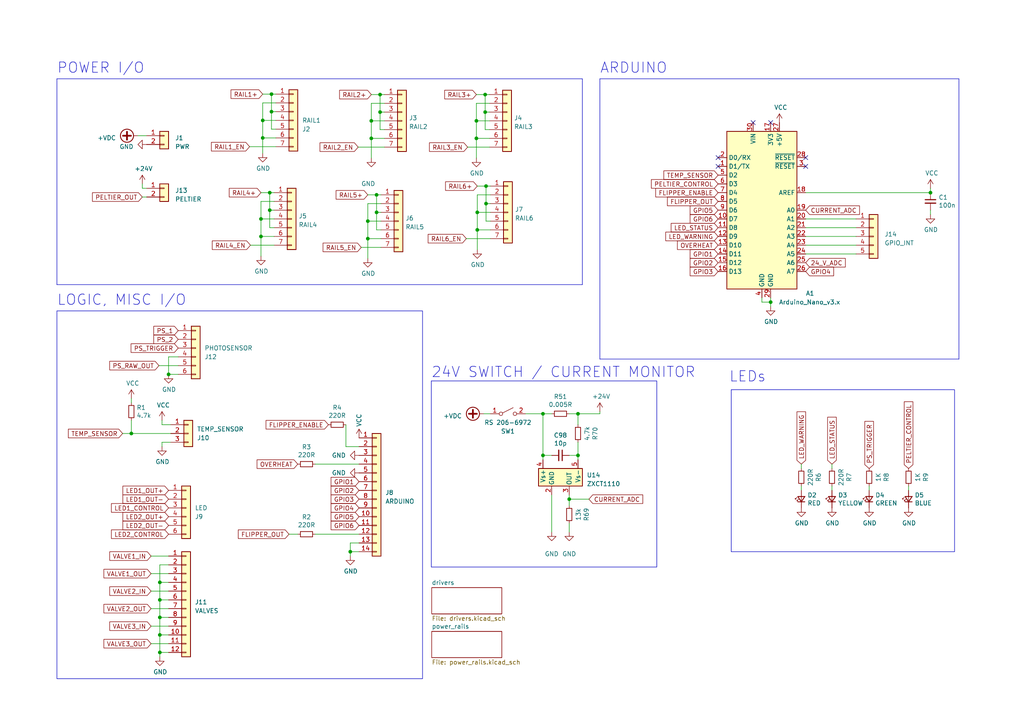
<source format=kicad_sch>
(kicad_sch (version 20230121) (generator eeschema)
  (paper "A4")
  (lib_symbols
    (symbol "Amplifier_Current:ZXCT1110" (pin_names (offset 0.254))
      (property "Reference" "U" (at 7.62 1.27 0))
      (property "Value" "ZXCT1110" (at 7.62 -1.27 0))
      (symbol "ZXCT1110_0_1"
        (rectangle (start -6.35 2.54) (end 6.35 -2.54) (stroke (width 0.254)) (fill (type background)))
      )
      (symbol "ZXCT1110_1_1"
        (pin no_connect line (at 0 2.54 270) (length 2.54) hide (name "NC") (number "1"))
        (pin power_in line (at -2.54 -5.08 90) (length 2.54) (name "GND") (number "2"))
        (pin output line (at 2.54 -5.08 90) (length 2.54) (name "OUT") (number "3"))
        (pin input line (at -5.08 5.08 270) (length 2.54) (name "Vs+") (number "4"))
        (pin input line (at 5.08 5.08 270) (length 2.54) (name "Vs-") (number "5"))
      )
    )
    (symbol "Connector_Generic:Conn_01x02" (pin_names (offset 1.016) hide)
      (property "Reference" "J" (at 0 2.54 0))
      (property "Value" "Conn_01x02" (at 0 -5.08 0))
      (symbol "Conn_01x02_1_1"
        (rectangle (start -1.27 -2.413) (end 0 -2.667) (stroke (width 0.1524)))
        (rectangle (start -1.27 0.127) (end 0 -0.127) (stroke (width 0.1524)))
        (rectangle (start -1.27 1.27) (end 1.27 -3.81) (stroke (width 0.254)) (fill (type background)))
        (pin passive line (at -5.08 0 0) (length 3.81) (name "Pin_1") (number "1"))
        (pin passive line (at -5.08 -2.54 0) (length 3.81) (name "Pin_2") (number "2"))
      )
    )
    (symbol "Connector_Generic:Conn_01x03" (pin_names (offset 1.016) hide)
      (property "Reference" "J" (at 0 5.08 0))
      (property "Value" "Conn_01x03" (at 0 -5.08 0))
      (symbol "Conn_01x03_1_1"
        (rectangle (start -1.27 -2.413) (end 0 -2.667) (stroke (width 0.1524)))
        (rectangle (start -1.27 0.127) (end 0 -0.127) (stroke (width 0.1524)))
        (rectangle (start -1.27 2.667) (end 0 2.413) (stroke (width 0.1524)))
        (rectangle (start -1.27 3.81) (end 1.27 -3.81) (stroke (width 0.254)) (fill (type background)))
        (pin passive line (at -5.08 2.54 0) (length 3.81) (name "Pin_1") (number "1"))
        (pin passive line (at -5.08 0 0) (length 3.81) (name "Pin_2") (number "2"))
        (pin passive line (at -5.08 -2.54 0) (length 3.81) (name "Pin_3") (number "3"))
      )
    )
    (symbol "Connector_Generic:Conn_01x05" (pin_names (offset 1.016) hide)
      (property "Reference" "J" (at 0 7.62 0))
      (property "Value" "Conn_01x05" (at 0 -7.62 0))
      (symbol "Conn_01x05_1_1"
        (rectangle (start -1.27 -4.953) (end 0 -5.207) (stroke (width 0.1524)))
        (rectangle (start -1.27 -2.413) (end 0 -2.667) (stroke (width 0.1524)))
        (rectangle (start -1.27 0.127) (end 0 -0.127) (stroke (width 0.1524)))
        (rectangle (start -1.27 2.667) (end 0 2.413) (stroke (width 0.1524)))
        (rectangle (start -1.27 5.207) (end 0 4.953) (stroke (width 0.1524)))
        (rectangle (start -1.27 6.35) (end 1.27 -6.35) (stroke (width 0.254)) (fill (type background)))
        (pin passive line (at -5.08 5.08 0) (length 3.81) (name "Pin_1") (number "1"))
        (pin passive line (at -5.08 2.54 0) (length 3.81) (name "Pin_2") (number "2"))
        (pin passive line (at -5.08 0 0) (length 3.81) (name "Pin_3") (number "3"))
        (pin passive line (at -5.08 -2.54 0) (length 3.81) (name "Pin_4") (number "4"))
        (pin passive line (at -5.08 -5.08 0) (length 3.81) (name "Pin_5") (number "5"))
      )
    )
    (symbol "Connector_Generic:Conn_01x06" (pin_names (offset 1.016) hide)
      (property "Reference" "J" (at 0 7.62 0))
      (property "Value" "Conn_01x06" (at 0 -10.16 0))
      (symbol "Conn_01x06_1_1"
        (rectangle (start -1.27 -7.493) (end 0 -7.747) (stroke (width 0.1524)))
        (rectangle (start -1.27 -4.953) (end 0 -5.207) (stroke (width 0.1524)))
        (rectangle (start -1.27 -2.413) (end 0 -2.667) (stroke (width 0.1524)))
        (rectangle (start -1.27 0.127) (end 0 -0.127) (stroke (width 0.1524)))
        (rectangle (start -1.27 2.667) (end 0 2.413) (stroke (width 0.1524)))
        (rectangle (start -1.27 5.207) (end 0 4.953) (stroke (width 0.1524)))
        (rectangle (start -1.27 6.35) (end 1.27 -8.89) (stroke (width 0.254)) (fill (type background)))
        (pin passive line (at -5.08 5.08 0) (length 3.81) (name "Pin_1") (number "1"))
        (pin passive line (at -5.08 2.54 0) (length 3.81) (name "Pin_2") (number "2"))
        (pin passive line (at -5.08 0 0) (length 3.81) (name "Pin_3") (number "3"))
        (pin passive line (at -5.08 -2.54 0) (length 3.81) (name "Pin_4") (number "4"))
        (pin passive line (at -5.08 -5.08 0) (length 3.81) (name "Pin_5") (number "5"))
        (pin passive line (at -5.08 -7.62 0) (length 3.81) (name "Pin_6") (number "6"))
      )
    )
    (symbol "Connector_Generic:Conn_01x07" (pin_names (offset 1.016) hide)
      (property "Reference" "J" (at 0 10.16 0))
      (property "Value" "Conn_01x07" (at 0 -10.16 0))
      (symbol "Conn_01x07_1_1"
        (rectangle (start -1.27 -7.493) (end 0 -7.747) (stroke (width 0.1524)))
        (rectangle (start -1.27 -4.953) (end 0 -5.207) (stroke (width 0.1524)))
        (rectangle (start -1.27 -2.413) (end 0 -2.667) (stroke (width 0.1524)))
        (rectangle (start -1.27 0.127) (end 0 -0.127) (stroke (width 0.1524)))
        (rectangle (start -1.27 2.667) (end 0 2.413) (stroke (width 0.1524)))
        (rectangle (start -1.27 5.207) (end 0 4.953) (stroke (width 0.1524)))
        (rectangle (start -1.27 7.747) (end 0 7.493) (stroke (width 0.1524)))
        (rectangle (start -1.27 8.89) (end 1.27 -8.89) (stroke (width 0.254)) (fill (type background)))
        (pin passive line (at -5.08 7.62 0) (length 3.81) (name "Pin_1") (number "1"))
        (pin passive line (at -5.08 5.08 0) (length 3.81) (name "Pin_2") (number "2"))
        (pin passive line (at -5.08 2.54 0) (length 3.81) (name "Pin_3") (number "3"))
        (pin passive line (at -5.08 0 0) (length 3.81) (name "Pin_4") (number "4"))
        (pin passive line (at -5.08 -2.54 0) (length 3.81) (name "Pin_5") (number "5"))
        (pin passive line (at -5.08 -5.08 0) (length 3.81) (name "Pin_6") (number "6"))
        (pin passive line (at -5.08 -7.62 0) (length 3.81) (name "Pin_7") (number "7"))
      )
    )
    (symbol "Connector_Generic:Conn_01x12" (pin_names (offset 1.016) hide)
      (property "Reference" "J" (at 0 15.24 0))
      (property "Value" "Conn_01x12" (at 0 -17.78 0))
      (symbol "Conn_01x12_1_1"
        (rectangle (start -1.27 -15.113) (end 0 -15.367) (stroke (width 0.1524)))
        (rectangle (start -1.27 -12.573) (end 0 -12.827) (stroke (width 0.1524)))
        (rectangle (start -1.27 -10.033) (end 0 -10.287) (stroke (width 0.1524)))
        (rectangle (start -1.27 -7.493) (end 0 -7.747) (stroke (width 0.1524)))
        (rectangle (start -1.27 -4.953) (end 0 -5.207) (stroke (width 0.1524)))
        (rectangle (start -1.27 -2.413) (end 0 -2.667) (stroke (width 0.1524)))
        (rectangle (start -1.27 0.127) (end 0 -0.127) (stroke (width 0.1524)))
        (rectangle (start -1.27 2.667) (end 0 2.413) (stroke (width 0.1524)))
        (rectangle (start -1.27 5.207) (end 0 4.953) (stroke (width 0.1524)))
        (rectangle (start -1.27 7.747) (end 0 7.493) (stroke (width 0.1524)))
        (rectangle (start -1.27 10.287) (end 0 10.033) (stroke (width 0.1524)))
        (rectangle (start -1.27 12.827) (end 0 12.573) (stroke (width 0.1524)))
        (rectangle (start -1.27 13.97) (end 1.27 -16.51) (stroke (width 0.254)) (fill (type background)))
        (pin passive line (at -5.08 12.7 0) (length 3.81) (name "Pin_1") (number "1"))
        (pin passive line (at -5.08 -10.16 0) (length 3.81) (name "Pin_10") (number "10"))
        (pin passive line (at -5.08 -12.7 0) (length 3.81) (name "Pin_11") (number "11"))
        (pin passive line (at -5.08 -15.24 0) (length 3.81) (name "Pin_12") (number "12"))
        (pin passive line (at -5.08 10.16 0) (length 3.81) (name "Pin_2") (number "2"))
        (pin passive line (at -5.08 7.62 0) (length 3.81) (name "Pin_3") (number "3"))
        (pin passive line (at -5.08 5.08 0) (length 3.81) (name "Pin_4") (number "4"))
        (pin passive line (at -5.08 2.54 0) (length 3.81) (name "Pin_5") (number "5"))
        (pin passive line (at -5.08 0 0) (length 3.81) (name "Pin_6") (number "6"))
        (pin passive line (at -5.08 -2.54 0) (length 3.81) (name "Pin_7") (number "7"))
        (pin passive line (at -5.08 -5.08 0) (length 3.81) (name "Pin_8") (number "8"))
        (pin passive line (at -5.08 -7.62 0) (length 3.81) (name "Pin_9") (number "9"))
      )
    )
    (symbol "Connector_Generic:Conn_01x14" (pin_names (offset 1.016) hide)
      (property "Reference" "J" (at 0 17.78 0))
      (property "Value" "Conn_01x14" (at 0 -20.32 0))
      (symbol "Conn_01x14_1_1"
        (rectangle (start -1.27 -17.653) (end 0 -17.907) (stroke (width 0.1524)))
        (rectangle (start -1.27 -15.113) (end 0 -15.367) (stroke (width 0.1524)))
        (rectangle (start -1.27 -12.573) (end 0 -12.827) (stroke (width 0.1524)))
        (rectangle (start -1.27 -10.033) (end 0 -10.287) (stroke (width 0.1524)))
        (rectangle (start -1.27 -7.493) (end 0 -7.747) (stroke (width 0.1524)))
        (rectangle (start -1.27 -4.953) (end 0 -5.207) (stroke (width 0.1524)))
        (rectangle (start -1.27 -2.413) (end 0 -2.667) (stroke (width 0.1524)))
        (rectangle (start -1.27 0.127) (end 0 -0.127) (stroke (width 0.1524)))
        (rectangle (start -1.27 2.667) (end 0 2.413) (stroke (width 0.1524)))
        (rectangle (start -1.27 5.207) (end 0 4.953) (stroke (width 0.1524)))
        (rectangle (start -1.27 7.747) (end 0 7.493) (stroke (width 0.1524)))
        (rectangle (start -1.27 10.287) (end 0 10.033) (stroke (width 0.1524)))
        (rectangle (start -1.27 12.827) (end 0 12.573) (stroke (width 0.1524)))
        (rectangle (start -1.27 15.367) (end 0 15.113) (stroke (width 0.1524)))
        (rectangle (start -1.27 16.51) (end 1.27 -19.05) (stroke (width 0.254)) (fill (type background)))
        (pin passive line (at -5.08 15.24 0) (length 3.81) (name "Pin_1") (number "1"))
        (pin passive line (at -5.08 -7.62 0) (length 3.81) (name "Pin_10") (number "10"))
        (pin passive line (at -5.08 -10.16 0) (length 3.81) (name "Pin_11") (number "11"))
        (pin passive line (at -5.08 -12.7 0) (length 3.81) (name "Pin_12") (number "12"))
        (pin passive line (at -5.08 -15.24 0) (length 3.81) (name "Pin_13") (number "13"))
        (pin passive line (at -5.08 -17.78 0) (length 3.81) (name "Pin_14") (number "14"))
        (pin passive line (at -5.08 12.7 0) (length 3.81) (name "Pin_2") (number "2"))
        (pin passive line (at -5.08 10.16 0) (length 3.81) (name "Pin_3") (number "3"))
        (pin passive line (at -5.08 7.62 0) (length 3.81) (name "Pin_4") (number "4"))
        (pin passive line (at -5.08 5.08 0) (length 3.81) (name "Pin_5") (number "5"))
        (pin passive line (at -5.08 2.54 0) (length 3.81) (name "Pin_6") (number "6"))
        (pin passive line (at -5.08 0 0) (length 3.81) (name "Pin_7") (number "7"))
        (pin passive line (at -5.08 -2.54 0) (length 3.81) (name "Pin_8") (number "8"))
        (pin passive line (at -5.08 -5.08 0) (length 3.81) (name "Pin_9") (number "9"))
      )
    )
    (symbol "Device:C_Small" (pin_numbers hide) (pin_names (offset 0.254) hide)
      (property "Reference" "C" (at 0.254 1.778 0))
      (property "Value" "C_Small" (at 0.254 -2.032 0))
      (symbol "C_Small_0_1"
        (polyline (pts (xy -1.524 -0.508) (xy 1.524 -0.508)) (stroke (width 0.3302)))
        (polyline (pts (xy -1.524 0.508) (xy 1.524 0.508)) (stroke (width 0.3048)))
      )
      (symbol "C_Small_1_1"
        (pin passive line (at 0 2.54 270) (length 2.032) (name "~") (number "1"))
        (pin passive line (at 0 -2.54 90) (length 2.032) (name "~") (number "2"))
      )
    )
    (symbol "Device:LED_Small" (pin_numbers hide) (pin_names (offset 0.254) hide)
      (property "Reference" "D" (at -1.27 3.175 0))
      (property "Value" "LED_Small" (at -4.445 -2.54 0))
      (symbol "LED_Small_0_1"
        (polyline (pts (xy -0.762 -1.016) (xy -0.762 1.016)) (stroke (width 0.254)))
        (polyline (pts (xy 1.016 0) (xy -0.762 0)))
        (polyline (pts (xy 0.762 -1.016) (xy -0.762 0) (xy 0.762 1.016) (xy 0.762 -1.016)) (stroke (width 0.254)))
        (polyline (pts (xy 0 0.762) (xy -0.508 1.27) (xy -0.254 1.27) (xy -0.508 1.27) (xy -0.508 1.016)))
        (polyline (pts (xy 0.508 1.27) (xy 0 1.778) (xy 0.254 1.778) (xy 0 1.778) (xy 0 1.524)))
      )
      (symbol "LED_Small_1_1"
        (pin passive line (at -2.54 0 0) (length 1.778) (name "K") (number "1"))
        (pin passive line (at 2.54 0 180) (length 1.778) (name "A") (number "2"))
      )
    )
    (symbol "Device:R_Small" (pin_numbers hide) (pin_names (offset 0.254) hide)
      (property "Reference" "R" (at 0.762 0.508 0))
      (property "Value" "R_Small" (at 0.762 -1.016 0))
      (symbol "R_Small_0_1"
        (rectangle (start -0.762 1.778) (end 0.762 -1.778) (stroke (width 0.2032)))
      )
      (symbol "R_Small_1_1"
        (pin passive line (at 0 2.54 270) (length 0.762) (name "~") (number "1"))
        (pin passive line (at 0 -2.54 90) (length 0.762) (name "~") (number "2"))
      )
    )
    (symbol "GND_1" (power) (pin_names (offset 0))
      (property "Value" "GND_1" (at 0 -3.81 0))
      (symbol "GND_1_0_1"
        (polyline (pts (xy 0 0) (xy 0 -1.27) (xy 1.27 -1.27) (xy 0 -2.54) (xy -1.27 -1.27) (xy 0 -1.27)))
      )
      (symbol "GND_1_1_1"
        (pin power_in line (at 0 0 270) (length 0) hide (name "GND") (number "1"))
      )
    )
    (symbol "GND_2" (power) (pin_names (offset 0))
      (property "Value" "GND_2" (at 0 -3.81 0))
      (symbol "GND_2_0_1"
        (polyline (pts (xy 0 0) (xy 0 -1.27) (xy 1.27 -1.27) (xy 0 -2.54) (xy -1.27 -1.27) (xy 0 -1.27)))
      )
      (symbol "GND_2_1_1"
        (pin power_in line (at 0 0 270) (length 0) hide (name "GND") (number "1"))
      )
    )
    (symbol "GND_3" (power) (pin_names (offset 0))
      (property "Value" "GND_3" (at 0 -3.81 0))
      (symbol "GND_3_0_1"
        (polyline (pts (xy 0 0) (xy 0 -1.27) (xy 1.27 -1.27) (xy 0 -2.54) (xy -1.27 -1.27) (xy 0 -1.27)))
      )
      (symbol "GND_3_1_1"
        (pin power_in line (at 0 0 270) (length 0) hide (name "GND") (number "1"))
      )
    )
    (symbol "MCU_Module:Arduino_Nano_v3.x"
      (property "Reference" "A" (at -10.16 23.495 0))
      (property "Value" "Arduino_Nano_v3.x" (at 5.08 -24.13 0))
      (symbol "Arduino_Nano_v3.x_0_1"
        (rectangle (start -10.16 22.86) (end 10.16 -22.86) (stroke (width 0.254)) (fill (type background)))
      )
      (symbol "Arduino_Nano_v3.x_1_1"
        (pin bidirectional line (at -12.7 12.7 0) (length 2.54) (name "D1/TX") (number "1"))
        (pin bidirectional line (at -12.7 -2.54 0) (length 2.54) (name "D7") (number "10"))
        (pin bidirectional line (at -12.7 -5.08 0) (length 2.54) (name "D8") (number "11"))
        (pin bidirectional line (at -12.7 -7.62 0) (length 2.54) (name "D9") (number "12"))
        (pin bidirectional line (at -12.7 -10.16 0) (length 2.54) (name "D10") (number "13"))
        (pin bidirectional line (at -12.7 -12.7 0) (length 2.54) (name "D11") (number "14"))
        (pin bidirectional line (at -12.7 -15.24 0) (length 2.54) (name "D12") (number "15"))
        (pin bidirectional line (at -12.7 -17.78 0) (length 2.54) (name "D13") (number "16"))
        (pin power_out line (at 2.54 25.4 270) (length 2.54) (name "3V3") (number "17"))
        (pin input line (at 12.7 5.08 180) (length 2.54) (name "AREF") (number "18"))
        (pin bidirectional line (at 12.7 0 180) (length 2.54) (name "A0") (number "19"))
        (pin bidirectional line (at -12.7 15.24 0) (length 2.54) (name "D0/RX") (number "2"))
        (pin bidirectional line (at 12.7 -2.54 180) (length 2.54) (name "A1") (number "20"))
        (pin bidirectional line (at 12.7 -5.08 180) (length 2.54) (name "A2") (number "21"))
        (pin bidirectional line (at 12.7 -7.62 180) (length 2.54) (name "A3") (number "22"))
        (pin bidirectional line (at 12.7 -10.16 180) (length 2.54) (name "A4") (number "23"))
        (pin bidirectional line (at 12.7 -12.7 180) (length 2.54) (name "A5") (number "24"))
        (pin bidirectional line (at 12.7 -15.24 180) (length 2.54) (name "A6") (number "25"))
        (pin bidirectional line (at 12.7 -17.78 180) (length 2.54) (name "A7") (number "26"))
        (pin power_out line (at 5.08 25.4 270) (length 2.54) (name "+5V") (number "27"))
        (pin input line (at 12.7 15.24 180) (length 2.54) (name "~{RESET}") (number "28"))
        (pin power_in line (at 2.54 -25.4 90) (length 2.54) (name "GND") (number "29"))
        (pin input line (at 12.7 12.7 180) (length 2.54) (name "~{RESET}") (number "3"))
        (pin power_in line (at -2.54 25.4 270) (length 2.54) (name "VIN") (number "30"))
        (pin power_in line (at 0 -25.4 90) (length 2.54) (name "GND") (number "4"))
        (pin bidirectional line (at -12.7 10.16 0) (length 2.54) (name "D2") (number "5"))
        (pin bidirectional line (at -12.7 7.62 0) (length 2.54) (name "D3") (number "6"))
        (pin bidirectional line (at -12.7 5.08 0) (length 2.54) (name "D4") (number "7"))
        (pin bidirectional line (at -12.7 2.54 0) (length 2.54) (name "D5") (number "8"))
        (pin bidirectional line (at -12.7 0 0) (length 2.54) (name "D6") (number "9"))
      )
    )
    (symbol "Switch:SW_SPST" (pin_names (offset 0) hide)
      (property "Reference" "SW" (at 0 3.175 0))
      (property "Value" "SW_SPST" (at 0 -2.54 0))
      (symbol "SW_SPST_0_0"
        (circle (center -2.032 0) (radius 0.508))
        (polyline (pts (xy -1.524 0.254) (xy 1.524 1.778)))
        (circle (center 2.032 0) (radius 0.508))
      )
      (symbol "SW_SPST_1_1"
        (pin passive line (at -5.08 0 0) (length 2.54) (name "A") (number "1"))
        (pin passive line (at 5.08 0 180) (length 2.54) (name "B") (number "2"))
      )
    )
    (symbol "power:+24V" (power) (pin_names (offset 0))
      (property "Value" "+24V" (at 0 3.556 0))
      (symbol "+24V_0_1"
        (polyline (pts (xy -0.762 1.27) (xy 0 2.54)))
        (polyline (pts (xy 0 0) (xy 0 2.54)))
        (polyline (pts (xy 0 2.54) (xy 0.762 1.27)))
      )
      (symbol "+24V_1_1"
        (pin power_in line (at 0 0 90) (length 0) hide (name "+24V") (number "1"))
      )
    )
    (symbol "power:+VDC" (power) (pin_names (offset 0))
      (property "Value" "+VDC" (at 0 6.35 0))
      (symbol "+VDC_0_1"
        (polyline (pts (xy -1.143 3.175) (xy 1.143 3.175)) (stroke (width 0.508)))
        (polyline (pts (xy 0 0) (xy 0 1.27)))
        (polyline (pts (xy 0 2.032) (xy 0 4.318)) (stroke (width 0.508)))
        (circle (center 0 3.175) (radius 1.905) (stroke (width 0.254)))
      )
      (symbol "+VDC_1_1"
        (pin power_in line (at 0 0 90) (length 0) hide (name "+VDC") (number "1"))
      )
    )
    (symbol "power:GND" (power) (pin_names (offset 0))
      (property "Value" "GND" (at 0 -3.81 0))
      (symbol "GND_0_1"
        (polyline (pts (xy 0 0) (xy 0 -1.27) (xy 1.27 -1.27) (xy 0 -2.54) (xy -1.27 -1.27) (xy 0 -1.27)))
      )
      (symbol "GND_1_1"
        (pin power_in line (at 0 0 270) (length 0) hide (name "GND") (number "1"))
      )
    )
    (symbol "power:VCC" (power) (pin_names (offset 0))
      (property "Value" "VCC" (at 0 3.81 0))
      (symbol "VCC_0_1"
        (polyline (pts (xy -0.762 1.27) (xy 0 2.54)))
        (polyline (pts (xy 0 0) (xy 0 2.54)))
        (polyline (pts (xy 0 2.54) (xy 0.762 1.27)))
      )
      (symbol "VCC_1_1"
        (pin power_in line (at 0 0 90) (length 0) hide (name "VCC") (number "1"))
      )
    )
  )
  (junction (at 269.875 55.88))
  (junction (at 138.176 40.132))
  (junction (at 101.6 160.02))
  (junction (at 157.48 132.08))
  (junction (at 48.895 108.585))
  (junction (at 46.355 184.15))
  (junction (at 138.43 66.675))
  (junction (at 46.355 179.07))
  (junction (at 167.64 120.015))
  (junction (at 76.2 34.925))
  (junction (at 138.43 61.595))
  (junction (at 109.22 56.515))
  (junction (at 78.232 60.96))
  (junction (at 107.696 40.132))
  (junction (at 140.97 59.055))
  (junction (at 138.176 35.052))
  (junction (at 109.22 61.595))
  (junction (at 46.355 168.91))
  (junction (at 78.74 32.385))
  (junction (at 110.236 27.432))
  (junction (at 167.64 132.08))
  (junction (at 78.74 27.305))
  (junction (at 46.355 189.23))
  (junction (at 106.68 64.135))
  (junction (at 140.97 53.975))
  (junction (at 165.1 144.78))
  (junction (at 76.2 40.005))
  (junction (at 107.696 35.052))
  (junction (at 78.232 55.88))
  (junction (at 223.52 87.63))
  (junction (at 106.68 69.215))
  (junction (at 140.716 32.512))
  (junction (at 38.1 125.73))
  (junction (at 157.48 120.015))
  (junction (at 75.692 63.5))
  (junction (at 46.355 173.99))
  (junction (at 110.236 32.512))
  (junction (at 75.692 68.58))
  (junction (at 140.716 27.432))
  (no_connect (at 223.52 35.56))
  (no_connect (at 233.68 45.72))
  (no_connect (at 208.28 45.72))
  (no_connect (at 208.28 48.26))
  (no_connect (at 218.44 35.56))
  (no_connect (at 233.68 48.26))
  (wire (pts (xy 167.64 120.015) (xy 173.99 120.015)))
  (wire (pts (xy 78.74 32.385) (xy 80.01 32.385)))
  (wire (pts (xy 111.506 35.052) (xy 107.696 35.052)))
  (wire (pts (xy 109.22 56.515) (xy 109.22 61.595)))
  (wire (pts (xy 38.1 121.92) (xy 38.1 125.73)))
  (wire (pts (xy 232.41 140.97) (xy 232.41 142.24)))
  (wire (pts (xy 48.895 163.83) (xy 46.355 163.83)))
  (wire (pts (xy 78.232 60.96) (xy 78.232 66.04)))
  (wire (pts (xy 165.1 143.51) (xy 165.1 144.78)))
  (wire (pts (xy 75.692 63.5) (xy 75.692 68.58)))
  (wire (pts (xy 233.68 73.66) (xy 248.285 73.66)))
  (wire (pts (xy 46.355 163.83) (xy 46.355 168.91)))
  (wire (pts (xy 138.176 35.052) (xy 138.176 40.132)))
  (wire (pts (xy 78.232 60.96) (xy 79.502 60.96)))
  (wire (pts (xy 107.696 29.972) (xy 107.696 35.052)))
  (wire (pts (xy 110.49 64.135) (xy 106.68 64.135)))
  (wire (pts (xy 46.99 121.92) (xy 46.99 123.19)))
  (wire (pts (xy 107.696 27.432) (xy 110.236 27.432)))
  (wire (pts (xy 140.97 64.135) (xy 142.24 64.135)))
  (wire (pts (xy 75.692 55.88) (xy 78.232 55.88)))
  (wire (pts (xy 72.644 71.12) (xy 79.502 71.12)))
  (wire (pts (xy 223.52 88.9) (xy 223.52 87.63)))
  (wire (pts (xy 170.815 144.78) (xy 165.1 144.78)))
  (wire (pts (xy 43.815 161.29) (xy 48.895 161.29)))
  (wire (pts (xy 40.005 39.37) (xy 42.545 39.37)))
  (wire (pts (xy 107.696 35.052) (xy 107.696 40.132)))
  (wire (pts (xy 107.696 40.132) (xy 107.696 45.847)))
  (wire (pts (xy 106.68 69.215) (xy 106.68 74.93)))
  (wire (pts (xy 135.255 69.215) (xy 142.24 69.215)))
  (wire (pts (xy 140.716 27.432) (xy 140.716 32.512)))
  (wire (pts (xy 269.875 62.23) (xy 269.875 60.96)))
  (wire (pts (xy 91.44 154.94) (xy 104.14 154.94)))
  (wire (pts (xy 41.275 53.34) (xy 41.275 54.61)))
  (wire (pts (xy 76.2 34.925) (xy 76.2 40.005)))
  (wire (pts (xy 167.64 132.08) (xy 167.64 133.35)))
  (wire (pts (xy 41.275 57.15) (xy 42.545 57.15)))
  (wire (pts (xy 157.48 132.08) (xy 157.48 133.35)))
  (wire (pts (xy 165.1 151.765) (xy 165.1 154.305)))
  (wire (pts (xy 101.6 160.02) (xy 101.6 161.29)))
  (wire (pts (xy 157.48 132.08) (xy 160.02 132.08)))
  (polyline (pts (xy 16.51 82.55) (xy 16.51 22.86)))
  (wire (pts (xy 46.355 184.15) (xy 46.355 189.23)))
  (wire (pts (xy 252.095 142.24) (xy 252.095 140.97)))
  (wire (pts (xy 223.52 86.36) (xy 223.52 87.63)))
  (wire (pts (xy 46.99 128.27) (xy 46.99 129.54)))
  (wire (pts (xy 110.236 27.432) (xy 110.236 32.512)))
  (wire (pts (xy 138.43 61.595) (xy 138.43 66.675)))
  (wire (pts (xy 233.68 63.5) (xy 248.285 63.5)))
  (wire (pts (xy 140.716 37.592) (xy 141.986 37.592)))
  (wire (pts (xy 140.97 59.055) (xy 140.97 64.135)))
  (wire (pts (xy 141.986 40.132) (xy 138.176 40.132)))
  (wire (pts (xy 160.02 154.305) (xy 160.02 143.51)))
  (wire (pts (xy 100.33 123.19) (xy 100.33 129.54)))
  (wire (pts (xy 46.355 173.99) (xy 46.355 179.07)))
  (wire (pts (xy 46.101 106.045) (xy 51.689 106.045)))
  (wire (pts (xy 173.99 119.38) (xy 173.99 120.015)))
  (wire (pts (xy 220.98 87.63) (xy 223.52 87.63)))
  (wire (pts (xy 106.68 56.515) (xy 109.22 56.515)))
  (wire (pts (xy 157.48 120.015) (xy 157.48 132.08)))
  (wire (pts (xy 232.41 135.89) (xy 232.41 134.62)))
  (wire (pts (xy 110.236 32.512) (xy 111.506 32.512)))
  (wire (pts (xy 106.68 64.135) (xy 106.68 69.215)))
  (wire (pts (xy 104.775 71.755) (xy 110.49 71.755)))
  (wire (pts (xy 103.886 42.672) (xy 111.506 42.672)))
  (wire (pts (xy 138.43 53.975) (xy 140.97 53.975)))
  (wire (pts (xy 138.176 29.972) (xy 138.176 35.052)))
  (wire (pts (xy 78.74 32.385) (xy 78.74 37.465)))
  (wire (pts (xy 46.355 179.07) (xy 46.355 184.15)))
  (wire (pts (xy 233.68 71.12) (xy 248.285 71.12)))
  (wire (pts (xy 167.64 128.27) (xy 167.64 132.08)))
  (wire (pts (xy 140.97 59.055) (xy 142.24 59.055)))
  (wire (pts (xy 100.33 129.54) (xy 104.14 129.54)))
  (wire (pts (xy 79.502 58.42) (xy 75.692 58.42)))
  (wire (pts (xy 43.815 171.45) (xy 48.895 171.45)))
  (wire (pts (xy 80.01 34.925) (xy 76.2 34.925)))
  (wire (pts (xy 46.355 184.15) (xy 48.895 184.15)))
  (wire (pts (xy 51.689 108.585) (xy 48.895 108.585)))
  (wire (pts (xy 109.22 61.595) (xy 110.49 61.595)))
  (wire (pts (xy 43.815 181.61) (xy 48.895 181.61)))
  (wire (pts (xy 110.236 27.432) (xy 111.506 27.432)))
  (wire (pts (xy 75.692 58.42) (xy 75.692 63.5)))
  (wire (pts (xy 46.355 179.07) (xy 48.895 179.07)))
  (wire (pts (xy 76.2 29.845) (xy 76.2 34.925)))
  (wire (pts (xy 38.1 115.57) (xy 38.1 116.84)))
  (wire (pts (xy 46.99 123.19) (xy 49.53 123.19)))
  (wire (pts (xy 111.506 40.132) (xy 107.696 40.132)))
  (wire (pts (xy 78.232 66.04) (xy 79.502 66.04)))
  (wire (pts (xy 140.716 32.512) (xy 141.986 32.512)))
  (wire (pts (xy 78.74 27.305) (xy 78.74 32.385)))
  (wire (pts (xy 72.39 42.545) (xy 80.01 42.545)))
  (wire (pts (xy 78.74 37.465) (xy 80.01 37.465)))
  (wire (pts (xy 101.6 157.48) (xy 104.14 157.48)))
  (wire (pts (xy 46.355 168.91) (xy 46.355 173.99)))
  (wire (pts (xy 233.68 66.04) (xy 248.285 66.04)))
  (polyline (pts (xy 168.91 82.55) (xy 16.51 82.55)))
  (wire (pts (xy 109.22 61.595) (xy 109.22 66.675)))
  (wire (pts (xy 142.24 61.595) (xy 138.43 61.595)))
  (wire (pts (xy 38.1 125.73) (xy 49.53 125.73)))
  (wire (pts (xy 110.236 32.512) (xy 110.236 37.592)))
  (wire (pts (xy 138.176 27.432) (xy 140.716 27.432)))
  (wire (pts (xy 48.895 103.505) (xy 48.895 108.585)))
  (wire (pts (xy 220.98 86.36) (xy 220.98 87.63)))
  (wire (pts (xy 152.4 120.015) (xy 157.48 120.015)))
  (wire (pts (xy 48.895 186.69) (xy 43.815 186.69)))
  (wire (pts (xy 109.22 56.515) (xy 110.49 56.515)))
  (wire (pts (xy 38.1 125.73) (xy 35.56 125.73)))
  (wire (pts (xy 142.24 66.675) (xy 138.43 66.675)))
  (wire (pts (xy 80.01 29.845) (xy 76.2 29.845)))
  (wire (pts (xy 157.48 120.015) (xy 160.02 120.015)))
  (wire (pts (xy 80.01 40.005) (xy 76.2 40.005)))
  (wire (pts (xy 110.236 37.592) (xy 111.506 37.592)))
  (wire (pts (xy 138.43 66.675) (xy 138.43 72.39)))
  (polyline (pts (xy 278.13 22.86) (xy 278.13 104.14)))
  (wire (pts (xy 106.68 69.215) (xy 110.49 69.215)))
  (wire (pts (xy 142.24 56.515) (xy 138.43 56.515)))
  (wire (pts (xy 138.176 40.132) (xy 138.176 45.847)))
  (wire (pts (xy 49.53 128.27) (xy 46.99 128.27)))
  (wire (pts (xy 141.986 35.052) (xy 138.176 35.052)))
  (wire (pts (xy 110.49 59.055) (xy 106.68 59.055)))
  (wire (pts (xy 101.6 160.02) (xy 101.6 157.48)))
  (wire (pts (xy 138.43 56.515) (xy 138.43 61.595)))
  (wire (pts (xy 140.335 120.015) (xy 142.24 120.015)))
  (wire (pts (xy 140.716 32.512) (xy 140.716 37.592)))
  (wire (pts (xy 104.14 160.02) (xy 101.6 160.02)))
  (wire (pts (xy 91.44 134.62) (xy 104.14 134.62)))
  (wire (pts (xy 76.2 27.305) (xy 78.74 27.305)))
  (wire (pts (xy 83.82 154.94) (xy 86.36 154.94)))
  (polyline (pts (xy 278.13 104.14) (xy 173.99 104.14)))
  (wire (pts (xy 241.3 135.89) (xy 241.3 134.62)))
  (wire (pts (xy 140.97 53.975) (xy 142.24 53.975)))
  (wire (pts (xy 48.895 103.505) (xy 51.689 103.505)))
  (wire (pts (xy 263.525 140.97) (xy 263.525 142.24)))
  (wire (pts (xy 78.232 55.88) (xy 79.502 55.88)))
  (wire (pts (xy 46.355 189.23) (xy 48.895 189.23)))
  (wire (pts (xy 269.875 54.61) (xy 269.875 55.88)))
  (wire (pts (xy 140.97 53.975) (xy 140.97 59.055)))
  (wire (pts (xy 79.502 63.5) (xy 75.692 63.5)))
  (wire (pts (xy 241.3 140.97) (xy 241.3 142.24)))
  (wire (pts (xy 76.2 40.005) (xy 76.2 44.45)))
  (wire (pts (xy 165.1 132.08) (xy 167.64 132.08)))
  (wire (pts (xy 141.986 29.972) (xy 138.176 29.972)))
  (wire (pts (xy 78.232 55.88) (xy 78.232 60.96)))
  (polyline (pts (xy 173.99 104.14) (xy 173.99 22.86)))
  (wire (pts (xy 78.74 27.305) (xy 80.01 27.305)))
  (wire (pts (xy 79.502 68.58) (xy 75.692 68.58)))
  (wire (pts (xy 135.636 42.672) (xy 141.986 42.672)))
  (wire (pts (xy 167.64 120.015) (xy 167.64 123.19)))
  (wire (pts (xy 46.355 190.5) (xy 46.355 189.23)))
  (wire (pts (xy 106.68 59.055) (xy 106.68 64.135)))
  (wire (pts (xy 48.895 166.37) (xy 43.815 166.37)))
  (wire (pts (xy 109.22 66.675) (xy 110.49 66.675)))
  (polyline (pts (xy 16.51 22.86) (xy 168.91 22.86)))
  (wire (pts (xy 165.1 144.78) (xy 165.1 146.685)))
  (wire (pts (xy 140.716 27.432) (xy 141.986 27.432)))
  (polyline (pts (xy 168.91 22.86) (xy 168.91 82.55)))
  (wire (pts (xy 48.895 176.53) (xy 43.815 176.53)))
  (wire (pts (xy 233.68 68.58) (xy 248.285 68.58)))
  (wire (pts (xy 111.506 29.972) (xy 107.696 29.972)))
  (wire (pts (xy 233.68 55.88) (xy 269.875 55.88)))
  (wire (pts (xy 41.275 54.61) (xy 42.545 54.61)))
  (wire (pts (xy 75.692 68.58) (xy 75.692 74.295)))
  (wire (pts (xy 48.895 173.99) (xy 46.355 173.99)))
  (polyline (pts (xy 173.99 22.86) (xy 278.13 22.86)))
  (wire (pts (xy 165.1 120.015) (xy 167.64 120.015)))
  (wire (pts (xy 46.355 168.91) (xy 48.895 168.91)))
  (rectangle (start 125.095 110.49) (end 190.5 164.465))
  (rectangle (start 16.51 90.17) (end 122.555 196.85))
  (rectangle (start 212.09 113.03) (end 276.86 160.02))
  (text "LEDs" (at 211.455 111.125 0) (effects (font (size 2.9972 2.9972)) (justify left bottom)))
  (text "24V SWITCH / CURRENT MONITOR" (at 125.095 109.855 0) (effects (font (size 2.9972 2.9972)) (justify left bottom)))
  (text "ARDUINO" (at 173.99 21.59 0) (effects (font (size 2.9972 2.9972)) (justify left bottom)))
  (text "POWER I/O" (at 16.51 21.59 0) (effects (font (size 2.9972 2.9972)) (justify left bottom)))
  (text "LOGIC, MISC I/O" (at 16.51 88.9 0) (effects (font (size 2.9972 2.9972)) (justify left bottom)))
  (global_label "VALVE2_OUT" (shape input) (at 43.815 176.53 180) (property "Intersheetrefs" "${INTERSHEET_REFS}" (effects hide)))
  (global_label "LED2_OUT-" (shape input) (at 48.895 152.4 180) (property "Intersheetrefs" "${INTERSHEET_REFS}" (effects hide)))
  (global_label "CURRENT_ADC" (shape input) (at 170.815 144.78 0) (property "Intersheetrefs" "${INTERSHEET_REFS}" (effects hide)))
  (global_label "GPIO3" (shape input) (at 208.28 78.74 180) (property "Intersheetrefs" "${INTERSHEET_REFS}" (effects hide)))
  (global_label "LED1_OUT+" (shape input) (at 48.895 142.24 180) (property "Intersheetrefs" "${INTERSHEET_REFS}" (effects hide)))
  (global_label "RAIL1_EN" (shape input) (at 72.39 42.545 180) (property "Intersheetrefs" "${INTERSHEET_REFS}" (effects hide)))
  (global_label "FLIPPER_OUT" (shape input) (at 208.28 58.42 180) (property "Intersheetrefs" "${INTERSHEET_REFS}" (effects hide)))
  (global_label "LED1_OUT-" (shape input) (at 48.895 144.78 180) (property "Intersheetrefs" "${INTERSHEET_REFS}" (effects hide)))
  (global_label "GPIO6" (shape input) (at 104.14 152.4 180) (property "Intersheetrefs" "${INTERSHEET_REFS}" (effects hide)))
  (global_label "GPIO4" (shape input) (at 233.68 78.74 0) (property "Intersheetrefs" "${INTERSHEET_REFS}" (effects hide)))
  (global_label "PS_RAW_OUT" (shape input) (at 46.101 106.045 180) (property "Intersheetrefs" "${INTERSHEET_REFS}" (effects hide)))
  (global_label "PELTIER_CONTROL" (shape input) (at 263.525 135.89 90) (property "Intersheetrefs" "${INTERSHEET_REFS}" (effects hide)))
  (global_label "RAIL6_EN" (shape input) (at 135.255 69.215 180) (property "Intersheetrefs" "${INTERSHEET_REFS}" (effects hide)))
  (global_label "RAIL4+" (shape input) (at 75.692 55.88 180) (property "Intersheetrefs" "${INTERSHEET_REFS}" (effects hide)))
  (global_label "PELTIER_OUT" (shape input) (at 41.275 57.15 180) (property "Intersheetrefs" "${INTERSHEET_REFS}" (effects hide)))
  (global_label "RAIL5_EN" (shape input) (at 104.775 71.755 180) (property "Intersheetrefs" "${INTERSHEET_REFS}" (effects hide)))
  (global_label "CURRENT_ADC" (shape input) (at 233.68 60.96 0) (property "Intersheetrefs" "${INTERSHEET_REFS}" (effects hide)))
  (global_label "FLIPPER_OUT" (shape input) (at 83.82 154.94 180) (property "Intersheetrefs" "${INTERSHEET_REFS}" (effects hide)))
  (global_label "PS_2" (shape input) (at 51.689 98.425 180) (property "Intersheetrefs" "${INTERSHEET_REFS}" (effects hide)))
  (global_label "GPIO5" (shape input) (at 208.28 60.96 180) (property "Intersheetrefs" "${INTERSHEET_REFS}" (effects hide)))
  (global_label "OVERHEAT" (shape input) (at 86.36 134.62 180) (property "Intersheetrefs" "${INTERSHEET_REFS}" (effects hide)))
  (global_label "PS_1" (shape input) (at 51.689 95.885 180) (property "Intersheetrefs" "${INTERSHEET_REFS}" (effects hide)))
  (global_label "PELTIER_CONTROL" (shape input) (at 208.28 53.34 180) (property "Intersheetrefs" "${INTERSHEET_REFS}" (effects hide)))
  (global_label "RAIL6+" (shape input) (at 138.43 53.975 180) (property "Intersheetrefs" "${INTERSHEET_REFS}" (effects hide)))
  (global_label "LED_WARNING" (shape input) (at 208.28 68.58 180) (property "Intersheetrefs" "${INTERSHEET_REFS}" (effects hide)))
  (global_label "RAIL5+" (shape input) (at 106.68 56.515 180) (property "Intersheetrefs" "${INTERSHEET_REFS}" (effects hide)))
  (global_label "RAIL3+" (shape input) (at 138.176 27.432 180) (property "Intersheetrefs" "${INTERSHEET_REFS}" (effects hide)))
  (global_label "RAIL1+" (shape input) (at 76.2 27.305 180) (property "Intersheetrefs" "${INTERSHEET_REFS}" (effects hide)))
  (global_label "LED_STATUS" (shape input) (at 208.28 66.04 180) (property "Intersheetrefs" "${INTERSHEET_REFS}" (effects hide)))
  (global_label "VALVE2_IN" (shape input) (at 43.815 171.45 180) (property "Intersheetrefs" "${INTERSHEET_REFS}" (effects hide)))
  (global_label "VALVE1_OUT" (shape input) (at 43.815 166.37 180) (property "Intersheetrefs" "${INTERSHEET_REFS}" (effects hide)))
  (global_label "LED2_OUT+" (shape input) (at 48.895 149.86 180) (property "Intersheetrefs" "${INTERSHEET_REFS}" (effects hide)))
  (global_label "VALVE1_IN" (shape input) (at 43.815 161.29 180) (property "Intersheetrefs" "${INTERSHEET_REFS}" (effects hide)))
  (global_label "GPIO5" (shape input) (at 104.14 149.86 180) (property "Intersheetrefs" "${INTERSHEET_REFS}" (effects hide)))
  (global_label "VALVE3_OUT" (shape input) (at 43.815 186.69 180) (property "Intersheetrefs" "${INTERSHEET_REFS}" (effects hide)))
  (global_label "LED_STATUS" (shape input) (at 241.3 134.62 90) (property "Intersheetrefs" "${INTERSHEET_REFS}" (effects hide)))
  (global_label "LED1_CONTROL" (shape input) (at 48.895 147.32 180) (property "Intersheetrefs" "${INTERSHEET_REFS}" (effects hide)))
  (global_label "GPIO6" (shape input) (at 208.28 63.5 180) (property "Intersheetrefs" "${INTERSHEET_REFS}" (effects hide)))
  (global_label "GPIO4" (shape input) (at 104.14 147.32 180) (property "Intersheetrefs" "${INTERSHEET_REFS}" (effects hide)))
  (global_label "RAIL2_EN" (shape input) (at 103.886 42.672 180) (property "Intersheetrefs" "${INTERSHEET_REFS}" (effects hide)))
  (global_label "GPIO1" (shape input) (at 104.14 139.7 180) (property "Intersheetrefs" "${INTERSHEET_REFS}" (effects hide)))
  (global_label "GPIO2" (shape input) (at 208.28 76.2 180) (property "Intersheetrefs" "${INTERSHEET_REFS}" (effects hide)))
  (global_label "LED_WARNING" (shape input) (at 232.41 134.62 90) (property "Intersheetrefs" "${INTERSHEET_REFS}" (effects hide)))
  (global_label "GPIO2" (shape input) (at 104.14 142.24 180) (property "Intersheetrefs" "${INTERSHEET_REFS}" (effects hide)))
  (global_label "RAIL3_EN" (shape input) (at 135.636 42.672 180) (property "Intersheetrefs" "${INTERSHEET_REFS}" (effects hide)))
  (global_label "FLIPPER_ENABLE" (shape input) (at 95.25 123.19 180) (property "Intersheetrefs" "${INTERSHEET_REFS}" (effects hide)))
  (global_label "RAIL2+" (shape input) (at 107.696 27.432 180) (property "Intersheetrefs" "${INTERSHEET_REFS}" (effects hide)))
  (global_label "GPIO3" (shape input) (at 104.14 144.78 180) (property "Intersheetrefs" "${INTERSHEET_REFS}" (effects hide)))
  (global_label "FLIPPER_ENABLE" (shape input) (at 208.28 55.88 180) (property "Intersheetrefs" "${INTERSHEET_REFS}" (effects hide)))
  (global_label "24_V_ADC" (shape input) (at 233.68 76.2 0) (property "Intersheetrefs" "${INTERSHEET_REFS}" (effects hide)))
  (global_label "PS_TRIGGER" (shape input) (at 252.095 135.89 90) (property "Intersheetrefs" "${INTERSHEET_REFS}" (effects hide)))
  (global_label "GPIO1" (shape input) (at 208.28 73.66 180) (property "Intersheetrefs" "${INTERSHEET_REFS}" (effects hide)))
  (global_label "OVERHEAT" (shape input) (at 208.28 71.12 180) (property "Intersheetrefs" "${INTERSHEET_REFS}" (effects hide)))
  (global_label "TEMP_SENSOR" (shape input) (at 208.28 50.8 180) (property "Intersheetrefs" "${INTERSHEET_REFS}" (effects hide)))
  (global_label "PS_TRIGGER" (shape input) (at 51.689 100.965 180) (property "Intersheetrefs" "${INTERSHEET_REFS}" (effects hide)))
  (global_label "VALVE3_IN" (shape input) (at 43.815 181.61 180) (property "Intersheetrefs" "${INTERSHEET_REFS}" (effects hide)))
  (global_label "RAIL4_EN" (shape input) (at 72.644 71.12 180) (property "Intersheetrefs" "${INTERSHEET_REFS}" (effects hide)))
  (global_label "TEMP_SENSOR" (shape input) (at 35.56 125.73 180) (property "Intersheetrefs" "${INTERSHEET_REFS}" (effects hide)))
  (global_label "LED2_CONTROL" (shape input) (at 48.895 154.94 180) (property "Intersheetrefs" "${INTERSHEET_REFS}" (effects hide)))
  (symbol (lib_id "Connector_Generic:Conn_01x07") (at 85.09 34.925 0) (unit 1)
    (property "Reference" "J2" (at 87.63 37.465 0) (effects (justify left)))
    (property "Value" "RAIL1" (at 87.63 34.925 0) (effects (justify left)))
    (property "Footprint" "TerminalBlock_Phoenix:TerminalBlock_Phoenix_PT-1,5-7-5.0-H_1x07_P5.00mm_Horizontal" (effects hide))
  )
  (symbol (lib_id "MCU_Module:Arduino_Nano_v3.x") (at 220.98 60.96 0) (unit 1)
    (property "Reference" "A1" (at 234.95 85.09 0))
    (property "Value" "Arduino_Nano_v3.x" (at 234.823 87.63 0))
    (property "Footprint" "Module:Arduino_Nano" (effects hide))
    (property "Datasheet" "http://www.mouser.com/pdfdocs/Gravitech_Arduino_Nano3_0.pdf" (effects hide))
  )
  (symbol (lib_id "power:GND") (at 76.2 44.45 0) (unit 1)
    (property "Reference" "#PWR010" (effects hide))
    (property "Value" "GND" (at 76.327 48.8442 0))
  )
  (symbol (lib_id "power:GND") (at 138.43 72.39 0) (unit 1)
    (property "Reference" "#PWR019" (effects hide))
    (property "Value" "GND" (at 138.557 76.7842 0))
  )
  (symbol (lib_id "power:GND") (at 46.99 129.54 0) (unit 1)
    (property "Reference" "#PWR08" (effects hide))
    (property "Value" "GND" (at 47.117 133.9342 0))
  )
  (symbol (lib_id "Connector_Generic:Conn_01x03") (at 54.61 125.73 0) (unit 1)
    (property "Reference" "J10" (at 57.15 127 0) (effects (justify left)))
    (property "Value" "TEMP_SENSOR" (at 57.15 124.46 0) (effects (justify left)))
    (property "Footprint" "TerminalBlock_Phoenix:TerminalBlock_Phoenix_PT-1,5-3-5.0-H_1x03_P5.00mm_Horizontal" (effects hide))
  )
  (symbol (lib_id "Device:R_Small") (at 38.1 119.38 0) (unit 1)
    (property "Reference" "R1" (at 39.5986 118.2116 0) (effects (justify left)))
    (property "Value" "4.7k" (at 39.5986 120.523 0) (effects (justify left)))
    (property "Footprint" "Resistor_SMD:R_0805_2012Metric" (effects hide))
    (property "LCSC Part #" "C17673" (effects hide))
  )
  (symbol (lib_id "Device:R_Small") (at 88.9 154.94 270) (unit 1)
    (property "Reference" "R2" (at 88.9 149.9616 90))
    (property "Value" "220R" (at 88.9 152.273 90))
    (property "Footprint" "Resistor_SMD:R_0805_2012Metric" (effects hide))
    (property "LCSC Part #" "C17557" (effects hide))
  )
  (symbol (lib_id "Device:R_Small") (at 97.79 123.19 270) (unit 1)
    (property "Reference" "R4" (at 97.79 118.2116 90))
    (property "Value" "220R" (at 97.79 120.523 90))
    (property "Footprint" "Resistor_SMD:R_0805_2012Metric" (effects hide))
    (property "LCSC Part #" "C17557" (effects hide))
  )
  (symbol (lib_id "power:GND") (at 101.6 161.29 0) (unit 1)
    (property "Reference" "#PWR013" (effects hide))
    (property "Value" "GND" (at 101.727 165.6842 0))
  )
  (symbol (lib_id "power:GND") (at 223.52 88.9 0) (unit 1)
    (property "Reference" "#PWR027" (effects hide))
    (property "Value" "GND" (at 223.647 93.2942 0))
  )
  (symbol (lib_id "power:VCC") (at 226.06 35.56 0) (unit 1)
    (property "Reference" "#PWR028" (effects hide))
    (property "Value" "VCC" (at 226.441 31.1658 0))
  )
  (symbol (lib_id "power:VCC") (at 269.875 54.61 0) (unit 1)
    (property "Reference" "#PWR032" (effects hide))
    (property "Value" "VCC" (at 270.256 50.2158 0))
  )
  (symbol (lib_id "Device:C_Small") (at 269.875 58.42 0) (unit 1)
    (property "Reference" "C1" (at 272.2118 57.2516 0) (effects (justify left)))
    (property "Value" "100n" (at 272.2118 59.563 0) (effects (justify left)))
    (property "Footprint" "Capacitor_SMD:C_0805_2012Metric" (effects hide))
    (property "LCSC Part #" "C28233" (effects hide))
  )
  (symbol (lib_id "power:GND") (at 269.875 62.23 0) (unit 1)
    (property "Reference" "#PWR033" (effects hide))
    (property "Value" "GND" (at 270.002 66.6242 0))
  )
  (symbol (lib_id "power:VCC") (at 104.14 127 0) (unit 1)
    (property "Reference" "#PWR014" (effects hide))
    (property "Value" "VCC" (at 104.14 123.825 90) (effects (justify left)))
  )
  (symbol (lib_id "Device:LED_Small") (at 232.41 144.78 90) (unit 1)
    (property "Reference" "D2" (at 234.188 143.6116 90) (effects (justify right)))
    (property "Value" "RED" (at 234.188 145.923 90) (effects (justify right)))
    (property "Footprint" "LED_SMD:LED_0805_2012Metric" (effects hide))
    (property "LCSC Part #" "C84256" (effects hide))
  )
  (symbol (lib_id "Device:R_Small") (at 232.41 138.43 180) (unit 1)
    (property "Reference" "R6" (at 237.3884 138.43 90))
    (property "Value" "220R" (at 235.077 138.43 90))
    (property "Footprint" "Resistor_SMD:R_0805_2012Metric" (effects hide))
    (property "LCSC Part #" "C17557" (effects hide))
  )
  (symbol (lib_id "Device:LED_Small") (at 241.3 144.78 90) (unit 1)
    (property "Reference" "D3" (at 243.078 143.6116 90) (effects (justify right)))
    (property "Value" "YELLOW" (at 243.078 145.923 90) (effects (justify right)))
    (property "Footprint" "LED_SMD:LED_0805_2012Metric" (effects hide))
    (property "LCSC Part #" "C2296" (effects hide))
  )
  (symbol (lib_id "Device:R_Small") (at 241.3 138.43 180) (unit 1)
    (property "Reference" "R7" (at 246.2784 138.43 90))
    (property "Value" "220R" (at 243.967 138.43 90))
    (property "Footprint" "Resistor_SMD:R_0805_2012Metric" (effects hide))
    (property "LCSC Part #" "C17557" (effects hide))
  )
  (symbol (lib_id "power:GND") (at 232.41 147.32 0) (unit 1)
    (property "Reference" "#PWR026" (effects hide))
    (property "Value" "GND" (at 232.537 151.7142 0))
  )
  (symbol (lib_id "power:GND") (at 241.3 147.32 0) (unit 1)
    (property "Reference" "#PWR029" (effects hide))
    (property "Value" "GND" (at 241.427 151.7142 0))
  )
  (symbol (lib_id "Device:R_Small") (at 263.525 138.43 180) (unit 1)
    (property "Reference" "R9" (at 268.5034 138.43 90))
    (property "Value" "1K" (at 266.192 138.43 90))
    (property "Footprint" "Resistor_SMD:R_0805_2012Metric" (effects hide))
    (property "LCSC Part #" "C17513" (effects hide))
  )
  (symbol (lib_id "Device:R_Small") (at 252.095 138.43 180) (unit 1)
    (property "Reference" "R8" (at 257.0734 138.43 90))
    (property "Value" "1K" (at 254.762 138.43 90))
    (property "Footprint" "Resistor_SMD:R_0805_2012Metric" (effects hide))
    (property "LCSC Part #" "C17513" (effects hide))
  )
  (symbol (lib_id "Device:LED_Small") (at 252.095 144.78 90) (unit 1)
    (property "Reference" "D4" (at 253.873 143.6116 90) (effects (justify right)))
    (property "Value" "GREEN" (at 253.873 145.923 90) (effects (justify right)))
    (property "Footprint" "LED_SMD:LED_0805_2012Metric" (effects hide))
    (property "LCSC Part #" "C2297" (effects hide))
  )
  (symbol (lib_id "Device:LED_Small") (at 263.525 144.78 90) (unit 1)
    (property "Reference" "D5" (at 265.303 143.6116 90) (effects (justify right)))
    (property "Value" "BLUE" (at 265.303 145.923 90) (effects (justify right)))
    (property "Footprint" "LED_SMD:LED_0603_1608Metric" (effects hide))
    (property "LCSC Part #" "C72041" (effects hide))
  )
  (symbol (lib_id "power:GND") (at 252.095 147.32 0) (unit 1)
    (property "Reference" "#PWR030" (effects hide))
    (property "Value" "GND" (at 252.222 151.7142 0))
  )
  (symbol (lib_id "power:GND") (at 263.525 147.32 0) (unit 1)
    (property "Reference" "#PWR031" (effects hide))
    (property "Value" "GND" (at 263.652 151.7142 0))
  )
  (symbol (lib_id "power:VCC") (at 46.99 121.92 0) (unit 1)
    (property "Reference" "#PWR07" (effects hide))
    (property "Value" "VCC" (at 47.371 117.5258 0))
  )
  (symbol (lib_id "power:VCC") (at 38.1 115.57 0) (unit 1)
    (property "Reference" "#PWR05" (effects hide))
    (property "Value" "VCC" (at 38.481 111.1758 0))
  )
  (symbol (lib_id "power:+24V") (at 41.275 53.34 0) (unit 1)
    (property "Reference" "#PWR03" (effects hide))
    (property "Value" "+24V" (at 41.656 48.9458 0))
  )
  (symbol (lib_id "Device:R_Small") (at 162.56 120.015 270) (unit 1)
    (property "Reference" "R51" (at 162.56 115.0366 90))
    (property "Value" "0.005R" (at 162.56 117.348 90))
    (property "Footprint" "Resistor_SMD:R_2512_6332Metric" (effects hide))
    (property "LCSC Part #" "C5121085" (effects hide))
  )
  (symbol (lib_id "Connector_Generic:Conn_01x07") (at 147.066 35.052 0) (unit 1)
    (property "Reference" "J4" (at 149.098 34.2173 0) (effects (justify left)))
    (property "Value" "RAIL3" (at 149.098 36.7542 0) (effects (justify left)))
    (property "Footprint" "TerminalBlock_Phoenix:TerminalBlock_Phoenix_PT-1,5-7-5.0-H_1x07_P5.00mm_Horizontal" (effects hide))
  )
  (symbol (lib_id "Connector_Generic:Conn_01x14") (at 109.22 142.24 0) (unit 1)
    (property "Reference" "J8" (at 111.76 142.875 0) (effects (justify left)))
    (property "Value" "ARDUINO" (at 111.76 145.415 0) (effects (justify left)))
    (property "Footprint" "TerminalBlock_Phoenix:TerminalBlock_Phoenix_PT-1,5-14-5.0-H_1x14_P5.00mm_Horizontal" (effects hide))
  )
  (symbol (lib_id "power:GND") (at 75.692 74.295 0) (unit 1)
    (property "Reference" "#PWR011" (effects hide))
    (property "Value" "GND" (at 75.819 78.6892 0))
  )
  (symbol (lib_id "Connector_Generic:Conn_01x02") (at 47.625 39.37 0) (unit 1)
    (property "Reference" "J1" (at 50.8 40.005 0) (effects (justify left)))
    (property "Value" "PWR" (at 50.8 42.545 0) (effects (justify left)))
    (property "Footprint" "TerminalBlock_Phoenix:TerminalBlock_Phoenix_PT-1,5-2-5.0-H_1x02_P5.00mm_Horizontal" (effects hide))
  )
  (symbol (lib_id "Connector_Generic:Conn_01x07") (at 84.582 63.5 0) (unit 1)
    (property "Reference" "J5" (at 86.614 62.6653 0) (effects (justify left)))
    (property "Value" "RAIL4" (at 86.614 65.2022 0) (effects (justify left)))
    (property "Footprint" "TerminalBlock_Phoenix:TerminalBlock_Phoenix_PT-1,5-7-5.0-H_1x07_P5.00mm_Horizontal" (effects hide))
  )
  (symbol (lib_id "Switch:SW_SPST") (at 147.32 120.015 0) (unit 1)
    (property "Reference" "SW1" (at 147.32 125.095 0))
    (property "Value" "RS 206-6972" (at 147.32 122.555 0))
    (property "Footprint" "maxlibrary:RS 2066972" (effects hide))
  )
  (symbol (lib_id "Connector_Generic:Conn_01x06") (at 56.769 100.965 0) (unit 1)
    (property "Reference" "J12" (at 59.309 103.505 0) (effects (justify left)))
    (property "Value" "PHOTOSENSOR" (at 59.309 100.965 0) (effects (justify left)))
    (property "Footprint" "TerminalBlock_Phoenix:TerminalBlock_Phoenix_PT-1,5-6-5.0-H_1x06_P5.00mm_Horizontal" (effects hide))
  )
  (symbol (lib_id "power:GND") (at 48.895 108.585 0) (unit 1)
    (property "Reference" "#PWR0119" (effects hide))
    (property "Value" "GND" (at 49.022 112.9792 0))
  )
  (symbol (lib_id "Connector_Generic:Conn_01x02") (at 47.625 54.61 0) (unit 1)
    (property "Reference" "J13" (at 50.8 55.245 0) (effects (justify left)))
    (property "Value" "PELTIER" (at 50.8 57.785 0) (effects (justify left)))
    (property "Footprint" "TerminalBlock_Phoenix:TerminalBlock_Phoenix_PT-1,5-2-5.0-H_1x02_P5.00mm_Horizontal" (effects hide))
  )
  (symbol (lib_id "Connector_Generic:Conn_01x05") (at 253.365 68.58 0) (unit 1)
    (property "Reference" "J14" (at 256.54 67.945 0) (effects (justify left)))
    (property "Value" "GPIO_INT" (at 256.54 70.485 0) (effects (justify left)))
    (property "Footprint" "Connector_PinHeader_2.54mm:PinHeader_1x05_P2.54mm_Vertical" (effects hide))
  )
  (symbol (lib_id "Amplifier_Current:ZXCT1110") (at 162.56 138.43 0) (unit 1)
    (property "Reference" "U14" (at 170.18 137.795 0) (effects (justify left)))
    (property "Value" "ZXCT1110" (at 170.18 140.335 0) (effects (justify left)))
    (property "Footprint" "Package_TO_SOT_SMD:SOT-23-5" (effects hide))
    (property "Datasheet" "https://www.diodes.com/assets/Datasheets/ZXCT1107_10.pdf" (effects hide))
    (property "LCSC Part #" "C78482" (effects hide))
  )
  (symbol (lib_id "power:GND") (at 106.68 74.93 0) (unit 1)
    (property "Reference" "#PWR016" (effects hide))
    (property "Value" "GND" (at 106.807 79.3242 0))
  )
  (symbol (lib_id "Device:R_Small") (at 165.1 149.225 180) (unit 1)
    (property "Reference" "R69" (at 170.0784 149.225 90))
    (property "Value" "13k" (at 167.767 149.225 90))
    (property "Footprint" "Resistor_SMD:R_0805_2012Metric" (effects hide))
    (property "LCSC Part #" "C217812" (effects hide))
  )
  (symbol (lib_id "power:GND") (at 138.176 45.847 0) (unit 1)
    (property "Reference" "#PWR018" (effects hide))
    (property "Value" "GND" (at 138.303 50.2412 0))
  )
  (symbol (lib_id "power:GND") (at 46.355 190.5 0) (unit 1)
    (property "Reference" "#PWR023" (effects hide))
    (property "Value" "GND" (at 46.482 194.8942 0))
  )
  (symbol (lib_id "Connector_Generic:Conn_01x12") (at 53.975 173.99 0) (unit 1)
    (property "Reference" "J11" (at 56.515 174.625 0) (effects (justify left)))
    (property "Value" "VALVES" (at 56.515 177.165 0) (effects (justify left)))
    (property "Footprint" "TerminalBlock_Phoenix:TerminalBlock_Phoenix_PT-1,5-12-5.0-H_1x12_P5.00mm_Horizontal" (effects hide))
  )
  (symbol (lib_id "power:+24V") (at 173.99 119.38 0) (unit 1)
    (property "Reference" "#PWR0172" (effects hide))
    (property "Value" "+24V" (at 174.371 114.9858 0))
  )
  (symbol (lib_id "Connector_Generic:Conn_01x07") (at 116.586 35.052 0) (unit 1)
    (property "Reference" "J3" (at 118.618 34.2173 0) (effects (justify left)))
    (property "Value" "RAIL2" (at 118.618 36.7542 0) (effects (justify left)))
    (property "Footprint" "TerminalBlock_Phoenix:TerminalBlock_Phoenix_PT-1,5-7-5.0-H_1x07_P5.00mm_Horizontal" (effects hide))
  )
  (symbol (lib_id "power:+VDC") (at 40.005 39.37 90) (unit 1)
    (property "Reference" "#PWR021" (effects hide))
    (property "Value" "+VDC" (at 33.655 40.005 90) (effects (justify left)))
  )
  (symbol (lib_id "power:+VDC") (at 140.335 120.015 90) (unit 1)
    (property "Reference" "#PWR0171" (effects hide))
    (property "Value" "+VDC" (at 133.985 120.65 90) (effects (justify left)))
  )
  (symbol (lib_id "Connector_Generic:Conn_01x07") (at 115.57 64.135 0) (unit 1)
    (property "Reference" "J6" (at 117.602 63.3003 0) (effects (justify left)))
    (property "Value" "RAIL5" (at 117.602 65.8372 0) (effects (justify left)))
    (property "Footprint" "TerminalBlock_Phoenix:TerminalBlock_Phoenix_PT-1,5-7-5.0-H_1x07_P5.00mm_Horizontal" (effects hide))
  )
  (symbol (lib_name "GND_2") (lib_id "power:GND") (at 104.14 137.16 270) (unit 1)
    (property "Reference" "#PWR02" (effects hide))
    (property "Value" "GND" (at 100.33 137.16 90) (effects (justify right)))
  )
  (symbol (lib_id "Connector_Generic:Conn_01x06") (at 53.975 147.32 0) (unit 1)
    (property "Reference" "J9" (at 56.515 149.86 0) (effects (justify left)))
    (property "Value" "LED" (at 56.515 147.32 0) (effects (justify left)))
    (property "Footprint" "TerminalBlock_Phoenix:TerminalBlock_Phoenix_PT-1,5-6-5.0-H_1x06_P5.00mm_Horizontal" (effects hide))
  )
  (symbol (lib_name "GND_3") (lib_id "power:GND") (at 165.1 154.305 0) (unit 1)
    (property "Reference" "#PWR0170" (effects hide))
    (property "Value" "GND" (at 165.1 160.655 0))
  )
  (symbol (lib_id "Device:C_Small") (at 162.56 132.08 270) (unit 1)
    (property "Reference" "C98" (at 162.56 126.2634 90))
    (property "Value" "10p" (at 162.56 128.5748 90))
    (property "Footprint" "Capacitor_SMD:C_0402_1005Metric" (effects hide))
    (property "LCSC Part #" "C32949" (effects hide))
  )
  (symbol (lib_name "GND_1") (lib_id "power:GND") (at 104.14 132.08 270) (unit 1)
    (property "Reference" "#PWR01" (effects hide))
    (property "Value" "GND" (at 100.33 132.08 90) (effects (justify right)))
  )
  (symbol (lib_id "Device:R_Small") (at 167.64 125.73 180) (unit 1)
    (property "Reference" "R70" (at 172.6184 125.73 90))
    (property "Value" "4.7k" (at 170.307 125.73 90))
    (property "Footprint" "Resistor_SMD:R_0805_2012Metric" (effects hide))
    (property "LCSC Part #" "C17673" (effects hide))
  )
  (symbol (lib_name "GND_3") (lib_id "power:GND") (at 160.02 154.305 0) (unit 1)
    (property "Reference" "#PWR0169" (effects hide))
    (property "Value" "GND" (at 160.02 160.655 0))
  )
  (symbol (lib_id "Device:R_Small") (at 88.9 134.62 270) (unit 1)
    (property "Reference" "R3" (at 88.9 129.6416 90))
    (property "Value" "220R" (at 88.9 131.953 90))
    (property "Footprint" "Resistor_SMD:R_0805_2012Metric" (effects hide))
    (property "LCSC Part #" "C17557" (effects hide))
  )
  (symbol (lib_id "Connector_Generic:Conn_01x07") (at 147.32 61.595 0) (unit 1)
    (property "Reference" "J7" (at 149.352 60.7603 0) (effects (justify left)))
    (property "Value" "RAIL6" (at 149.352 63.2972 0) (effects (justify left)))
    (property "Footprint" "TerminalBlock_Phoenix:TerminalBlock_Phoenix_PT-1,5-7-5.0-H_1x07_P5.00mm_Horizontal" (effects hide))
  )
  (symbol (lib_id "power:GND") (at 107.696 45.847 0) (unit 1)
    (property "Reference" "#PWR015" (effects hide))
    (property "Value" "GND" (at 106.807 53.2892 0))
  )
  (symbol (lib_name "GND_3") (lib_id "power:GND") (at 42.545 41.91 270) (unit 1)
    (property "Reference" "#PWR04" (effects hide))
    (property "Value" "GND" (at 38.735 42.545 90) (effects (justify right)))
  )
  (sheet (at 125.222 170.434) (size 20.32 7.62)
    (property "Sheetname" "drivers" (at 125.222 169.7224 0) (effects (justify left bottom)))
    (property "Sheetfile" "drivers.kicad_sch" (at 125.222 178.6386 0) (effects (justify left top)))
  )
  (sheet (at 125.222 183.134) (size 20.32 7.62)
    (property "Sheetname" "power_rails" (at 125.222 182.4224 0) (effects (justify left bottom)))
    (property "Sheetfile" "power_rails.kicad_sch" (at 125.222 191.3386 0) (effects (justify left top)))
  )
)
</source>
